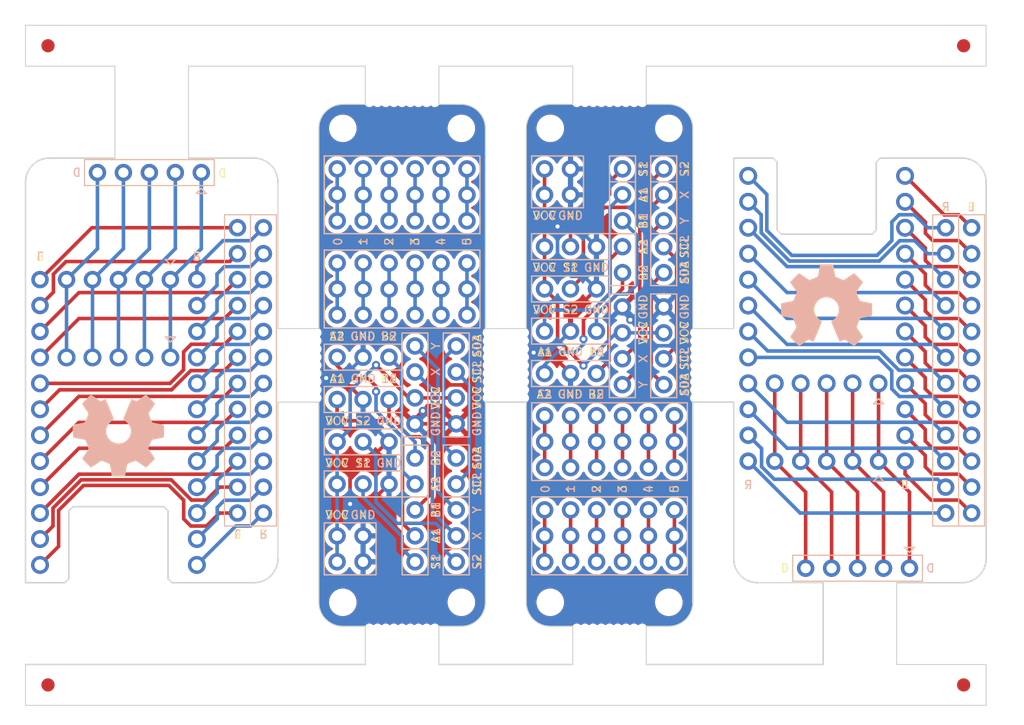
<source format=kicad_pcb>
(kicad_pcb (version 20221018) (generator pcbnew)
  (layers (0 "F.Cu" signal) (31 "B.Cu" signal) (34 "B.Paste" user) (35 "F.Paste" user) (36 "B.SilkS" user "B.Silkscreen") (37 "F.SilkS" user "F.Silkscreen") (38 "B.Mask" user) (39 "F.Mask" user) (44 "Edge.Cuts" user))
  (net 0 "")
  (net 1 "Net-(J4-Pin_1)")
  (net 2 "Net-(J4-Pin_2)")
  (net 3 "Net-(J4-Pin_3)")
  (net 4 "Net-(J4-Pin_4)")
  (net 5 "Net-(J4-Pin_5)")
  (net 6 "Net-(J4-Pin_6)")
  (net 7 "Net-(J4-Pin_7)")
  (net 8 "Net-(J4-Pin_8)")
  (net 9 "Net-(J4-Pin_9)")
  (net 10 "Net-(J5-Pin_1)")
  (net 11 "Net-(J5-Pin_2)")
  (net 12 "Net-(J5-Pin_3)")
  (net 13 "Net-(J5-Pin_4)")
  (net 14 "Net-(J5-Pin_5)")
  (net 15 "Net-(J5-Pin_6)")
  (net 16 "Net-(J5-Pin_7)")
  (net 17 "Net-(J5-Pin_8)")
  (net 18 "Net-(J5-Pin_9)")
  (net 19 "GND")
  (net 20 "Data")
  (net 21 "col0")
  (net 22 "col1")
  (net 23 "col2")
  (net 24 "col3")
  (net 25 "col4")
  (net 26 "col5")
  (net 27 "row0")
  (net 28 "row1")
  (net 29 "row2")
  (net 30 "row3")
  (net 31 "row4")
  (net 32 "row5")
  (net 33 "A1")
  (net 34 "B1")
  (net 35 "VCC")
  (net 36 "SCL")
  (net 37 "SDA")
  (net 38 "X")
  (net 39 "Y")
  (net 40 "Data2")
  (net 41 "A2")
  (net 42 "B2")
  (net 43 "Net-(J22-Pin_1)")
  (net 44 "Net-(J22-Pin_5)")
  (net 45 "Net-(J18-Pin_1)")
  (net 46 "Net-(J18-Pin_2)")
  (net 47 "Net-(J18-Pin_3)")
  (net 48 "Net-(J20-Pin_1)")
  (net 49 "Net-(J20-Pin_2)")
  (net 50 "Net-(J20-Pin_3)")
  (net 51 "Net-(J22-Pin_2)")
  (net 52 "Net-(J22-Pin_3)")
  (net 53 "Net-(J22-Pin_4)")
  (footprint "MountingHole:MountingHole_2.2mm_M2" (layer "F.Cu") (at 116.1 78.72)
    (fp_text reference "H3" hide)
    (fp_text value "M2")
  )
  (footprint "DreaM117er-keebLibrary:PinHeader_1x03_P2.54mm_Vertical" (layer "F.Cu") (at 110.52 64.09)
    (fp_text reference "J18" hide)
    (fp_text value "Elite L" hide)
  )
  (footprint "DreaM117er-keebLibrary:PinHeader_1x03_P2.54mm_Vertical" (layer "F.Cu") (at 54.94 67.27 90)
    (fp_text reference "J13" hide)
    (fp_text value "5V RGB" hide)
  )
  (footprint "DreaM117er-keebLibrary:PinHeader_1x03_P2.54mm_Vertical" (layer "F.Cu") (at 117.03 69.17)
    (fp_text reference "J23" hide)
    (fp_text value "Elite L" hide)
  )
  (footprint "Marby_kbd_footprint-main:Breakaway_Tabs" (layer "F.Cu") (at 73.45 59.785 90)
    (fp_text reference "H23" hide)
    (fp_text value "edge" hide)
  )
  (footprint "Marby_kbd_footprint-main:tooling_hole" (layer "F.Cu") (at 26.650236 91.08)
    (fp_text reference "H19" hide)
    (fp_text value "tooling hole")
  )
  (footprint "DreaM117er-keebLibrary:PinHeader_1x04_P2.54mm_Vertical" (layer "F.Cu") (at 66.6 65.51 180)
    (fp_text reference "J19" hide)
    (fp_text value "OLED" hide)
  )
  (footprint "DreaM117er-keebLibrary:PinHeader_1x06_P2.54mm_Vertical" (layer "F.Cu") (at 54.95 40.55 90)
    (fp_text reference "J16" hide)
    (fp_text value "main col" hide)
  )
  (footprint "DreaM117er-keebLibrary:PinHeader_1x04_P2.54mm_Vertical" (layer "F.Cu") (at 62.56 65.51 180)
    (fp_text reference "J21" hide)
    (fp_text value "Joystick" hide)
  )
  (footprint "DreaM117er-keebLibrary:PinHeader_1x06_P2.54mm_Vertical" (layer "F.Cu") (at 54.95 45.63 90)
    (fp_text reference "J9" hide)
    (fp_text value "main col" hide)
  )
  (footprint "DreaM117er-keebLibrary:PinHeader_1x09_P2.54mm_Vertical" (layer "F.Cu") (at 117.03 46.31)
    (fp_text reference "J4" hide)
    (fp_text value "Right" hide)
  )
  (footprint "DreaM117er-keebLibrary:PinHeader_1x03_P2.54mm_Vertical" (layer "F.Cu") (at 95.17 64.09)
    (fp_text reference "J24" hide)
    (fp_text value "Elite R" hide)
  )
  (footprint "DreaM117er-keebLibrary:PinHeader_1x05_P2.54mm_Vertical" (layer "F.Cu") (at 110.95 79.65 -90)
    (fp_text reference "J6" hide)
    (fp_text value "Down" hide)
  )
  (footprint "MountingHole:MountingHole_2.2mm_M2" (layer "F.Cu") (at 67.099997 82.990001 90)
    (fp_text reference "H7" hide)
    (fp_text value "M2")
  )
  (footprint "MountingHole:MountingHole_2.2mm_M2" (layer "F.Cu") (at 116.1 41.84)
    (fp_text reference "H2" hide)
    (fp_text value "M2")
  )
  (footprint "DreaM117er-keebLibrary:MCU_RP2040SuperMini" (layer "F.Cu") (at 102.845 51.39)
    (fp_text reference "U1")
    (fp_text value "MCU_RP2040SuperMini")
  )
  (footprint "DreaM117er-keebLibrary:PinHeader_1x02_P2.54mm_Vertical" (layer "F.Cu") (at 54.94 79.02 90)
    (fp_text reference "J1" hide)
    (fp_text value "Power" hide)
  )
  (footprint "Marby_kbd_footprint-main:Breakaway_Tabs" (layer "F.Cu") (at 61.3 85.34 180)
    (fp_text reference "H15" hide)
    (fp_text value "edge" hide)
  )
  (footprint "Marby_kbd_footprint-main:tooling_hole" (layer "F.Cu") (at 116.25 28.49)
    (fp_text reference "H17" hide)
    (fp_text value "tooling hole")
  )
  (footprint "Marby_kbd_footprint-main:tooling_hole" (layer "F.Cu") (at 26.650236 28.49)
    (fp_text reference "H16" hide)
    (fp_text value "tooling hole")
  )
  (footprint "DreaM117er-keebLibrary:PinHeader_1x03_P2.54mm_Vertical" (layer "F.Cu") (at 114.49 69.17)
    (fp_text reference "J20" hide)
    (fp_text value "Elite R" hide)
  )
  (footprint "DreaM117er-keebLibrary:PinHeader_1x05_P2.54mm_Vertical" (layer "F.Cu") (at 66.6 79.02 180)
    (fp_text reference "J14" hide)
    (fp_text value "SignalB" hide)
  )
  (footprint "DreaM117er-keebLibrary:PinHeader_1x06_P2.54mm_Vertical" (layer "F.Cu") (at 54.95 52.31 90)
    (fp_text reference "J12" hide)
    (fp_text value "main row" hide)
  )
  (footprint "Marby_kbd_footprint-main:Breakaway_Tabs" (layer "F.Cu") (at 69.85 59.785 90)
    (fp_text reference "H21" hide)
    (fp_text value "edge" hide)
  )
  (footprint "Marby_kbd_footprint-main:Breakaway_Tabs" (layer "F.Cu") (at 106.1 81.47)
    (fp_text reference "H9" hide)
    (fp_text value "edge" hide)
  )
  (footprint "DreaM117er-keebLibrary:PinHeader_1x05_P2.54mm_Vertical" (layer "F.Cu") (at 62.57 79.02 180)
    (fp_text reference "J8" hide)
    (fp_text value "SignalA" hide)
  )
  (footprint "DreaM117er-keebLibrary:PinHeader_1x02_P2.54mm_Vertical" (layer "F.Cu") (at 54.94 76.48 90)
    (fp_text reference "J2" hide)
    (fp_text value "Power" hide)
  )
  (footprint "MountingHole:MountingHole_2.2mm_M2" (layer "F.Cu") (at 55.5 36.58 90)
    (fp_text reference "H5" hide)
    (fp_text value "M2")
  )
  (footprint "Marby_kbd_footprint-main:Breakaway_Tabs" (layer "F.Cu") (at 61.3 33.83 180)
    (fp_text reference "H13" hide)
    (fp_text value "edge" hide)
  )
  (footprint "MountingHole:MountingHole_2.2mm_M2" (layer "F.Cu") (at 55.499997 82.990001 90)
    (fp_text reference "H1" hide)
    (fp_text value "M2")
  )
  (footprint "DreaM117er-keebLibrary:PinHeader_1x06_P2.54mm_Vertical" (layer "F.Cu") (at 54.95 43.09 90)
    (fp_text reference "J11" hide)
    (fp_text value "main col" hide)
  )
  (footprint "DreaM117er-keebLibrary:PinHeader_1x03_P2.54mm_Vertical" (layer "F.Cu") (at 54.94 58.99 90)
    (fp_text reference "J3" hide)
    (fp_text value "Rotray Encoder" hide)
  )
  (footprint "Marby_kbd_footprint-main:Breakaway_Tabs" (layer "F.Cu") (at 36.8 39.49)
    (fp_text reference "H11" hide)
    (fp_text value "edge" hide)
  )
  (footprint "DreaM117er-keebLibrary:PinHeader_1x03_P2.54mm_Vertical" (layer "F.Cu") (at 54.94 71.4 90)
    (fp_text reference "J7" hide)
    (fp_text value "TRRS" hide)
  )
  (footprint "Marby_kbd_footprint-main:Breakaway_Tabs" (layer "F.Cu") (at 81.6 85.34 180)
    (fp_text reference "H12" hide)
    (fp_text value "edge" hide)
  )
  (footprint "Marby_kbd_footprint-main:Breakaway_Tabs" (layer "F.Cu") (at 90.15 59.785 90)
    (fp_text reference "H10" hide)
    (fp_text value "edge" hide)
  )
  (footprint "Symbol:OSHW-Symbol_8.9x8mm_SilkScreen" (layer "F.Cu") (at 102.844574 53.908677)
    (fp_text reference "REF**" hide)
    (fp_text value "OSHW-Symbol_8.9x8mm_SilkScreen" hide)
  )
  (footprint "MountingHole:MountingHole_2.2mm_M2" (layer "F.Cu") (at 96.1 78.72)
    (fp_text reference "H4" hide)
    (fp_text value "M2")
  )
  (footprint "DreaM117er-keebLibrary:PinHeader_1x09_P2.54mm_Vertical" (layer "F.Cu") (at 114.49 46.31)
    (fp_text reference "J5" hide)
    (fp_text value "Left" hide)
  )
  (footprint "DreaM117er-keebLibrary:PinHeader_1x06_P2.54mm_Vertical" (layer "F.Cu") (at 54.95 54.85 90)
    (fp_text reference "J10" hide)
    (fp_text value "main row" hide)
  )
  (footprint "DreaM117er-keebLibrary:PinHeader_1x05_P2.54mm_Vertical" (layer "F.Cu") (at 38.625236 51.39 -90)
    (fp_text reference "J22" hide)
    (fp_text value "Down" hide)
  )
  (footprint "DreaM117er-keebLibrary:PinHeader_1x03_P2.54mm_Vertical" (layer "F.Cu") (at 54.94 63.13 90)
    (fp_text reference "J15" hide)
    (fp_text value "Rotray Encoder" hide)
  )
  (footprint "Marby_kbd_footprint-main:Breakaway_Tabs" (layer "F.Cu") (at 81.6 33.83 180)
    (fp_text reference "H14" hide)
    (fp_text value "edge" hide)
  )
  (footprint "Marby_kbd_footprint-main:Breakaway_Tabs" (layer "F.Cu") (at 53.15 59.785 90)
    (fp_text reference "H8" hide)
    (fp_text value "edge" hide)
  )
  (footprint "MountingHole:MountingHole_2.2mm_M2" (layer "F.Cu") (at 67.1 36.58 90)
    (fp_text reference "H6" hide)
    (fp_text value "M2")
  )
  (footprint "Symbol:OSHW-Symbol_8.9x8mm_SilkScreen" (layer "F.Cu") (at 33.54481 66.651323 180)
    (fp_text reference "REF**" hide)
    (fp_text value "OSHW-Symbol_8.9x8mm_SilkScreen" hide)
  )
  (footprint "DreaM117er-keebLibrary:PinHeader_1x06_P2.54mm_Vertical" (layer "F.Cu") (at 54.95 49.77 90)
    (fp_text reference "J17" hide)
    (fp_text value "main row" hide)
  )
  (footprint "Marby_kbd_footprint-main:tooling_hole" (layer "F.Cu") (at 116.25 91.08)
    (fp_text reference "H18" hide)
    (fp_text value "tooling hole")
  )
  (footprint "Marby_kbd_footprint-main:Breakaway_Tabs" (layer "F.Cu") (at 49.55 59.785 90)
    (fp_text reference "H20" hide)
    (fp_text value "edge" hide)
  )
  (footprint "Marby_kbd_footprint-main:Breakaway_Tabs" (layer "F.Cu") (at 93.75 59.785 90)
    (fp_text reference "H22" hide)
    (fp_text value "edge" hide)
  )
  (footprint "DreaM117er-keebLibrary:PinHeader_1x05_P2.54mm_Vertical" (layer "B.Cu") (at 82.870299 40.549703 180)
    (fp_text reference "J8" hide)
    (fp_text value "SignalA" hide)
  )
  (footprint "DreaM117er-keebLibrary:MCU_RP2040SuperMini" (layer "B.Cu") (at 33.545236 69.17)
    (fp_text reference "U1")
    (fp_text value "MCU_RP2040SuperMini")
  )
  (footprint "MountingHole:MountingHole_2.2mm_M2" (layer "B.Cu") (at 26.800236 41.84)
    (fp_text reference "H4" hide)
    (fp_text value "M2")
  )
  (footprint "DreaM117er-keebLibrary:PinHeader_1x06_P2.54mm_Vertical" (layer "B.Cu") (at 75.250299 69.799703 -90)
    (fp_text reference "J17" hide)
    (fp_text value "main row" hide)
  )
  (footprint "DreaM117er-keebLibrary:PinHeader_1x02_P2.54mm_Vertical" (layer "B.Cu") (at 75.240299 43.089703 -90)
    (fp_text reference "J2" hide)
    (fp_text value "Power" hide)
  )
  (footprint "MountingHole:MountingHole_2.2mm_M2" (layer "B.Cu") (at 75.800299 82.989703 -90)
    (fp_text reference "H5" hide)
    (fp_text value "M2")
  )
  (footprint "DreaM117er-keebLibrary:PinHeader_1x09_P2.54mm_Vertical" (layer "B.Cu") (at 47.730236 74.25)
    (fp_text reference "J4" hide)
    (fp_text value "Right" hide)
  )
  (footprint "DreaM117er-keebLibrary:PinHeader_1x05_P2.54mm_Vertical" (layer "B.Cu") (at 86.900299 40.549703 180)
    (fp_text reference "J14" hide)
    (fp_text value "SignalB" hide)
  )
  (footprint "DreaM117er-keebLibrary:PinHeader_1x03_P2.54mm_Vertical" (layer "B.Cu") (at 75.240299 48.169703 -90)
    (fp_text reference "J7" hide)
    (fp_text value "TRRS" hide)
  )
  (footprint "DreaM117er-keebLibrary:PinHeader_1x06_P2.54mm_Vertical" (layer "B.Cu") (at 75.250299 76.479703 -90)
    (fp_text reference "J11" hide)
    (fp_text value "main col" hide)
  )
  (footprint "Symbol:OSHW-Symbol_8.9x8mm_SilkScreen" (layer "B.Cu") (at 33.54481 66.651323)
    (fp_text reference "REF**" hide)
    (fp_text value "OSHW-Symbol_8.9x8mm_SilkScreen" hide)
  )
  (footprint "Symbol:OSHW-Symbol_8.9x8mm_SilkScreen" (layer "B.Cu") (at 102.844574 53.908677 180)
    (fp_text reference "REF**" hide)
    (fp_text value "OSHW-Symbol_8.9x8mm_SilkScreen" hide)
  )
  (footprint "DreaM117er-keebLibrary:PinHeader_1x03_P2.54mm_Vertical" (layer "B.Cu") (at 41.220236 56.47)
    (fp_text reference "J18" hide)
    (fp_text value "Elite L" hide)
  )
  (footprint "MountingHole:MountingHole_2.2mm_M2" (layer "B.Cu") (at 87.400299 82.989703 -90)
    (fp_text reference "H6" hide)
    (fp_text value "M2")
  )
  (footprint "DreaM117er-keebLibrary:PinHeader_1x03_P2.54mm_Vertical" (layer "B.Cu") (at 25.870236 56.47)
    (fp_text reference "J24" hide)
    (fp_text value "Elite R" hide)
  )
  (footprint "DreaM117er-keebLibrary:PinHeader_1x02_P2.54mm_Vertical" (layer "B.Cu") (at 75.240299 40.549703 -90)
    (fp_text reference "J1" hide)
    (fp_text value "Power" hide)
  )
  (footprint "MountingHole:MountingHole_2.2mm_M2" (layer "B.Cu") (at 87.400296 36.579702 -90)
    (fp_text reference "H7" hide)
    (fp_text value "M2")
  )
  (footprint "MountingHole:MountingHole_2.2mm_M2" (layer "B.Cu") (at 46.800236 41.84)
    (fp_text reference "H3" hide)
    (fp_text value "M2")
  )
  (footprint "MountingHole:MountingHole_2.2mm_M2" (layer "B.Cu") (at 75.800296 36.579702 -90)
    (fp_text reference "H1" hide)
    (fp_text value "M2")
  )
  (footprint "MountingHole:MountingHole_2.2mm_M2" (layer "B.Cu") (at 46.800236 78.72)
    (fp_text reference "H2" hide)
    (fp_text value "M2")
  )
  (footprint "DreaM117er-keebLibrary:PinHeader_1x03_P2.54mm_Vertical" (layer "B.Cu") (at 75.240299 60.579703 -90)
    (fp_text reference "J3" hide)
    (fp_text value "Rotray Encoder" hide)
  )
  (footprint "DreaM117er-keebLibrary:PinHeader_1x06_P2.54mm_Vertical" (layer "B.Cu") (at 75.250299 64.719703 -90)
    (fp_text reference "J10" hide)
    (fp_text value "main row" hide)
  )
  (footprint "DreaM117er-keebLibrary:PinHeader_1x03_P2.54mm_Vertical" (layer "B.Cu") (at 75.240299 52.299703 -90)
    (fp_text reference "J13" hide)
    (fp_text value "5V RGB" hide)
  )
  (footprint "DreaM117er-keebLibrary:PinHeader_1x04_P2.54mm_Vertical" (layer "B.Cu") (at 86.900299 54.059703 180)
    (fp_text reference "J19" hide)
    (fp_text value "OLED" hide)
  )
  (footprint "DreaM117er-keebLibrary:PinHeader_1x04_P2.54mm_Vertical" (layer "B.Cu") (at 82.860299 54.059703 180)
    (fp_text reference "J21" hide)
    (fp_text value "Joystick" hide)
  )
  (footprint "DreaM117er-keebLibrary:PinHeader_1x06_P2.54mm_Vertical" (layer "B.Cu") (at 75.250299 73.939703 -90)
    (fp_text reference "J9" hide)
    (fp_text value "main col" hide)
  )
  (footprint "DreaM117er-keebLibrary:PinHeader_1x09_P2.54mm_Vertical" (layer "B.Cu") (at 45.190236 74.25)
    (fp_text reference "J5" hide)
    (fp_text value "Left" hide)
  )
  (footprint "DreaM117er-keebLibrary:PinHeader_1x05_P2.54mm_Vertical" (layer "B.Cu") (at 107.925 69.17 90)
    (fp_text reference "J22" hide)
    (fp_text value "Down" hide)
  )
  (footprint "DreaM117er-keebLibrary:PinHeader_1x05_P2.54mm_Vertical" (layer "B.Cu") (at 41.650236 40.91 90)
    (fp_text reference "J6" hide)
    (fp_text value "Down" hide)
  )
  (footprint "DreaM117er-keebLibrary:PinHeader_1x03_P2.54mm_Vertical" (layer "B.Cu") (at 75.240299 56.439703 -90)
    (fp_text reference "J15" hide)
    (fp_text value "Rotray Encoder" hide)
  )
  (footprint "DreaM117er-keebLibrary:PinHeader_1x06_P2.54mm_Vertical" (layer "B.Cu") (at 75.250299 79.019703 -90)
    (fp_text reference "J16" hide)
    (fp_text value "main col" hide)
  )
  (footprint "DreaM117er-keebLibrary:PinHeader_1x06_P2.54mm_Vertical" (layer "B.Cu") (at 75.250299 67.259703 -90)
    (fp_text reference "J12" hide)
    (fp_text value "main row" hide)
  )
  (footprint "DreaM117er-keebLibrary:PinHeader_1x03_P2.54mm_Vertical" (layer "B.Cu") (at 47.730236 51.39)
    (fp_text reference "J23" hide)
    (fp_text value "Elite L" hide)
  )
  (footprint "DreaM117er-keebLibrary:PinHeader_1x03_P2.54mm_Vertical" (layer "B.Cu") (at 45.190236 51.39)
    (fp_text reference "J20" hide)
    (fp_text value "Elite R" hide)
  )
  (gr_line (start 118.3 67.9) (end 118.3 75.52) (stroke (width 0.1)) (layer "B.SilkS"))
  (gr_rect (start 73.970299 39.279703) (end 79.050299 44.359703) (stroke (width 0.12)) (fill none) (layer "B.SilkS"))
  (gr_line (start 46.460236 45.04) (end 46.460236 52.66) (stroke (width 0.1)) (layer "B.SilkS"))
  (gr_line (start 49.000236 75.52) (end 43.920236 75.52) (stroke (width 0.1)) (layer "B.SilkS"))
  (gr_line (start 113.22 67.9) (end 113.22 75.52) (stroke (width 0.1)) (layer "B.SilkS"))
  (gr_line (start 113.22 45.04) (end 118.3 45.04) (stroke (width 0.1)) (layer "B.SilkS"))
  (gr_rect (start 73.980299 63.449703) (end 89.220299 71.069703) (stroke (width 0.12)) (fill none) (layer "B.SilkS"))
  (gr_rect (start 53.67 75.21) (end 58.75 80.29) (stroke (width 0.12)) (fill none) (layer "B.SilkS"))
  (gr_line (start 115.76 67.9) (end 115.76 75.52) (stroke (width 0.1)) (layer "B.SilkS"))
  (gr_rect (start 53.68 39.28) (end 68.92 46.9) (stroke (width 0.12)) (fill none) (layer "B.SilkS"))
  (gr_rect (start 73.980299 72.669703) (end 89.220299 80.289703) (stroke (width 0.12)) (fill none) (layer "B.SilkS"))
  (gr_line (start 49.000236 45.04) (end 49.000236 52.66) (stroke (width 0.1)) (layer "B.SilkS"))
  (gr_line (start 113.22 75.52) (end 118.3 75.52) (stroke (width 0.1)) (layer "B.SilkS"))
  (gr_line (start 43.920236 45.04) (end 43.920236 52.66) (stroke (width 0.1)) (layer "B.SilkS"))
  (gr_line (start 49.000236 45.04) (end 43.920236 45.04) (stroke (width 0.1)) (layer "B.SilkS"))
  (gr_rect (start 53.68 48.5) (end 68.92 56.12) (stroke (width 0.12)) (fill none) (layer "B.SilkS"))
  (gr_line (start 43.920236 45.04) (end 43.920236 52.66) (stroke (width 0.1)) (layer "F.SilkS"))
  (gr_rect (start 73.970299 39.279703) (end 79.050299 44.359703) (stroke (width 0.12)) (fill none) (layer "F.SilkS"))
  (gr_rect (start 73.980299 72.669703) (end 89.220299 80.289703) (stroke (width 0.12)) (fill none) (layer "F.SilkS"))
  (gr_line (start 115.76 67.9) (end 115.76 75.52) (stroke (width 0.1)) (layer "F.SilkS"))
  (gr_line (start 113.22 45.04) (end 118.3 45.04) (stroke (width 0.1)) (layer "F.SilkS"))
  (gr_line (start 113.22 75.52) (end 118.3 75.52) (stroke (width 0.1)) (layer "F.SilkS"))
  (gr_line (start 49.000236 75.52) (end 43.920236 75.52) (stroke (width 0.1)) (layer "F.SilkS"))
  (gr_line (start 46.460236 45.04) (end 46.460236 52.66) (stroke (width 0.1)) (layer "F.SilkS"))
  (gr_line (start 49.000236 45.04) (end 43.920236 45.04) (stroke (width 0.1)) (layer "F.SilkS"))
  (gr_line (start 113.22 67.9) (end 113.22 75.52) (stroke (width 0.1)) (layer "F.SilkS"))
  (gr_rect (start 53.67 75.21) (end 58.75 80.29) (stroke (width 0.12)) (fill none) (layer "F.SilkS"))
  (gr_rect (start 53.68 39.28) (end 68.92 46.9) (stroke (width 0.12)) (fill none) (layer "F.SilkS"))
  (gr_line (start 49.000236 45.04) (end 49.000236 52.66) (stroke (width 0.1)) (layer "F.SilkS"))
  (gr_line (start 118.3 67.9) (end 118.3 75.52) (stroke (width 0.1)) (layer "F.SilkS"))
  (gr_rect (start 53.68 48.5) (end 68.92 56.12) (stroke (width 0.12)) (fill none) (layer "F.SilkS"))
  (gr_rect (start 73.980299 63.449703) (end 89.220299 71.069703) (stroke (width 0.12)) (fill none) (layer "F.SilkS"))
  (gr_line (start 69.449997 63.385) (end 69.449997 82.990001) (stroke (width 0.1)) (layer "Edge.Cuts"))
  (gr_line (start 40.4 30.49) (end 57.7 30.49) (stroke (width 0.1)) (layer "Edge.Cuts"))
  (gr_line (start 93.75 39.49) (end 93.750063 56.185) (stroke (width 0.15)) (layer "Edge.Cuts"))
  (gr_line (start 102.5 81.070299) (end 102.5 89.08) (stroke (width 0.15)) (layer "Edge.Cuts"))
  (gr_line (start 40.400472 39.49) (end 40.4 30.49) (stroke (width 0.1)) (layer "Edge.Cuts"))
  (gr_line (start 108.095 39.49) (end 116.1 39.49) (stroke (width 0.15)) (layer "Edge.Cuts"))
  (gr_line (start 46.800236 81.07) (end 38.795236 81.07) (stroke (width 0.15)) (layer "Edge.Cuts"))
  (gr_line (start 69.45 36.58) (end 69.449997 56.185) (stroke (width 0.1)) (layer "Edge.Cuts"))
  (gr_line (start 57.7 34.23) (end 57.7 30.49) (stroke (width 0.1)) (layer "Edge.Cuts"))
  (gr_line (start 89.750299 63.385) (end 89.750299 82.989703) (stroke (width 0.15)) (layer "Edge.Cuts"))
  (gr_line (start 37.995236 73.62) (end 29.095236 73.62) (stroke (width 0.15)) (layer "Edge.Cuts"))
  (gr_line (start 108.095 39.49) (end 107.695 39.89) (stroke (width 0.15)) (layer "Edge.Cuts"))
  (gr_arc (start 24.450236 41.84) (mid 25.138535 40.178299) (end 26.800236 39.49) (stroke (width 0.15)) (layer "Edge.Cuts"))
  (gr_line (start 64.9 89.08) (end 78 89.079702) (stroke (width 0.15)) (layer "Edge.Cuts"))
  (gr_line (start 28.695236 80.67) (end 28.295236 81.07) (stroke (width 0.15)) (layer "Edge.Cuts"))
  (gr_line (start 57.7 89.08) (end 57.7 85.340001) (stroke (width 0.1)) (layer "Edge.Cuts"))
  (gr_line (start 49.150236 56.185) (end 53.15 56.185) (stroke (width 0.1)) (layer "Edge.Cuts"))
  (gr_line (start 26.800236 39.49) (end 33.2 39.49) (stroke (width 0.15)) (layer "Edge.Cuts"))
  (gr_line (start 24.450236 81.07) (end 24.450236 41.84) (stroke (width 0.15)) (layer "Edge.Cuts"))
  (gr_line (start 64.9 34.229702) (end 64.9 30.49) (stroke (width 0.1)) (layer "Edge.Cuts"))
  (gr_line (start 38.395236 80.67) (end 38.395236 74.02) (stroke (width 0.15)) (layer "Edge.Cuts"))
  (gr_line (start 97.595 39.49) (end 93.75 39.49) (stroke (width 0.15)) (layer "Edge.Cuts"))
  (gr_line (start 55.499997 85.340001) (end 57.7 85.340001) (stroke (width 0.1)) (layer "Edge.Cuts"))
  (gr_line (start 85.2 30.49) (end 118.45 30.49) (stroke (width 0.1)) (layer "Edge.Cuts"))
  (gr_line (start 89.750296 36.579702) (end 89.750299 56.185) (stroke (width 0.1)) (layer "Edge.Cuts"))
  (gr_line (start 73.450299 63.385) (end 69.449997 63.385) (stroke (width 0.15)) (layer "Edge.Cuts"))
  (gr_line (start 64.9 85.340001) (end 67.099997 85.340001) (stroke (width 0.1)) (layer "Edge.Cuts"))
  (gr_arc (start 69.449997 82.990001) (mid 68.761697 84.6517) (end 67.099997 85.340001) (stroke (width 0.1)) (layer "Edge.Cuts"))
  (gr_line (start 49.150236 41.84) (end 49.150236 56.185) (stroke (width 0.1)) (layer "Edge.Cuts"))
  (gr_line (start 24.450236 89.08) (end 57.7 89.08) (stroke (width 0.15)) (layer "Edge.Cuts"))
  (gr_arc (start 67.1 34.23) (mid 68.761701 34.918299) (end 69.45 36.58) (stroke (width 0.1)) (layer "Edge.Cuts"))
  (gr_line (start 85.2 34.229702) (end 87.400296 34.229702) (stroke (width 0.1)) (layer "Edge.Cuts"))
  (gr_line (start 73.450299 63.385) (end 73.450299 82.989703) (stroke (width 0.1)) (layer "Edge.Cuts"))
  (gr_line (start 24.450236 26.49) (end 118.45 26.49) (stroke (width 0.1)) (layer "Edge.Cuts"))
  (gr_line (start 49.150236 78.72) (end 49.150236 63.385) (stroke (width 0.1)) (layer "Edge.Cuts"))
  (gr_line (start 97.995 46.54) (end 97.995 39.89) (stroke (width 0.15)) (layer "Edge.Cuts"))
  (gr_arc (start 75.800299 85.339703) (mid 74.138598 84.651404) (end 73.450299 82.989703) (stroke (width 0.1)) (layer "Edge.Cuts"))
  (gr_arc (start 116.1 39.49) (mid 117.761701 40.178299) (end 118.45 41.84) (stroke (width 0.15)) (layer "Edge.Cuts"))
  (gr_arc (start 73.450296 36.579702) (mid 74.138597 34.918003) (end 75.800296 34.229702) (stroke (width 0.1)) (layer "Edge.Cuts"))
  (gr_arc (start 89.750299 82.989703) (mid 89.062 84.651404) (end 87.400299 85.339703) (stroke (width 0.1)) (layer "Edge.Cuts"))
  (gr_line (start 85.2 34.229702) (end 85.2 30.49) (stroke (width 0.1)) (layer "Edge.Cuts"))
  (gr_line (start 78 34.229702) (end 78 30.49) (stroke (width 0.1)) (layer "Edge.Cuts"))
  (gr_line (start 64.9 34.229702) (end 67.1 34.23) (stroke (width 0.1)) (layer "Edge.Cuts"))
  (gr_line (start 38.395236 80.67) (end 38.795236 81.07) (stroke (width 0.15)) (layer "Edge.Cuts"))
  (gr_line (start 118.45 89.08) (end 118.45 93.08) (stroke (width 0.1)) (layer "Edge.Cuts"))
  (gr_line (start 118.45 26.49) (end 118.45 30.49) (stroke (width 0.1)) (layer "Edge.Cuts"))
  (gr_line (start 28.695236 80.67) (end 28.695236 74.02) (stroke (width 0.15)) (layer "Edge.Cuts"))
  (gr_line (start 53.15 56.185) (end 53.15 36.58) (stroke (width 0.1)) (layer "Edge.Cuts"))
  (gr_line (start 38.395236 74.02) (end 37.995236 73.62) (stroke (width 0.15)) (layer "Edge.Cuts"))
  (gr_line (start 24.450236 26.49) (end 24.450236 30.49) (stroke (width 0.1)) (layer "Edge.Cuts"))
  (gr_line (start 93.750063 63.385) (end 93.75 78.72) (stroke (width 0.15)) (layer "Edge.Cuts"))
  (gr_line (start 118.45 41.84) (end 118.45 78.72) (stroke (width 0.15)) (layer "Edge.Cuts"))
  (gr_line (start 78 30.49) (end 64.9 30.49) (stroke (width 0.1)) (layer "Edge.Cuts"))
  (gr_line (start 98.395 46.94) (end 107.295 46.94) (stroke (width 0.15)) (layer "Edge.Cuts"))
  (gr_line (start 107.295 46.94) (end 107.695 46.54) (stroke (width 0.15)) (layer "Edge.Cuts"))
  (gr_line (start 96.1 81.07) (end 102.5 81.070299) (stroke (width 0.1)) (layer "Edge.Cuts"))
  (gr_arc (start 49.150236 78.72) (mid 48.461937 80.381701) (end 46.800236 81.07) (stroke (width 0.15)) (layer "Edge.Cuts"))
  (gr_line (start 49.150236 63.385) (end 53.15 63.385) (stroke (width 0.1)) (layer "Edge.Cuts"))
  (gr_line (start 33.2 39.49) (end 33.2 30.49) (stroke (width 0.1)) (layer "Edge.Cuts"))
  (gr_line (start 55.5 34.23) (end 57.7 34.23) (stroke (width 0.1)) (layer "Edge.Cuts"))
  (gr_arc (start 96.1 81.07) (mid 94.438299 80.381701) (end 93.75 78.72) (stroke (width 0.15)) (layer "Edge.Cuts"))
  (gr_line (start 85.2 89.08) (end 85.2 85.340001) (stroke (width 0.1)) (layer "Edge.Cuts"))
  (gr_line (start 107.695 46.54) (end 107.695 39.89) (stroke (width 0.15)) (layer "Edge.Cuts"))
  (gr_line (start 24.450236 93.08) (end 118.45 93.08) (stroke (width 0.1)) (layer "Edge.Cuts"))
  (gr_arc (start 118.45 78.72) (mid 117.761701 80.381701) (end 116.1 81.07) (stroke (width 0.15)) (layer "Edge.Cuts"))
  (gr_line (start 97.595 39.49) (end 97.995 39.89) (stroke (width 0.15)) (layer "Edge.Cuts"))
  (gr_line (start 24.450236 81.07) (end 28.295236 81.07) (stroke (width 0.15)) (layer "Edge.Cuts"))
  (gr_arc (start 87.400296 34.229702) (mid 89.061995 34.918003) (end 89.750296 36.579702) (stroke (width 0.1)) (layer "Edge.Cuts"))
  (gr_arc (start 55.499997 85.340001) (mid 53.838298 84.651701) (end 53.149997 82.990001) (stroke (width 0.1)) (layer "Edge.Cuts"))
  (gr_line (start 24.450236 30.49) (end 33.2 30.49) (stroke (width 0.1)) (layer "Edge.Cuts"))
  (gr_line (start 93.750063 63.385) (end 89.750299 63.385) (stroke (width 0.15)) (layer "Edge.Cuts"))
  (gr_line (start 28.695236 74.02) (end 29.095236 73.62) (stroke (width 0.15)) (layer "Edge.Cuts"))
  (gr_arc (start 53.15 36.58) (mid 53.838299 34.918299) (end 55.5 34.23) (stroke (width 0.1)) (layer "Edge.Cuts"))
  (gr_line (start 73.450299 56.185) (end 73.450296 36.579702) (stroke (width 0.1)) (layer "Edge.Cuts"))
  (gr_line (start 24.450236 89.08) (end 24.450236 93.08) (stroke (width 0.1)) (layer "Edge.Cuts"))
  (gr_line (start 53.149997 82.990001) (end 53.15 63.385) (stroke (width 0.1)) (layer "Edge.Cuts"))
  (gr_line (start 69.449997 56.185) (end 73.450299 56.185) (stroke (width 0.1)) (layer "Edge.Cuts"))
  (gr_line (start 102.5 89.08) (end 85.2 89.08) (stroke (width 0.15)) (layer "Edge.Cuts"))
  (gr_line (start 78 89.079702) (end 78 85.339703) (stroke (width 0.1)) (layer "Edge.Cuts"))
  (gr_line (start 64.9 89.08) (end 64.9 85.340001) (stroke (width 0.1)) (layer "Edge.Cuts"))
  (gr_line (start 78 34.229702) (end 75.800296 34.229702) (stroke (width 0.1)) (layer "Edge.Cuts"))
  (gr_line (start 40.400472 39.49) (end 46.800236 39.49) (stroke (width 0.15)) (layer "Edge.Cuts"))
  (gr_line (start 89.750299 56.185) (end 93.750063 56.185) (stroke (width 0.1)) (layer "Edge.Cuts"))
  (gr_line (start 78 85.339703) (end 75.800299 85.339703) (stroke (width 0.1)) (layer "Edge.Cuts"))
  (gr_line (start 109.7 89.08) (end 118.45 89.08) (stroke (width 0.1)) (layer "Edge.Cuts"))
  (gr_arc (start 46.800236 39.49) (mid 48.461937 40.178299) (end 49.150236 41.84) (stroke (width 0.15)) (layer "Edge.Cuts"))
  (gr_line (start 85.2 85.340001) (end 87.400299 85.339703) (stroke (width 0.1)) (layer "Edge.Cuts"))
  (gr_line (start 109.7 89.08) (end 109.7 81.070299) (stroke (width 0.1)) (layer "Edge.Cuts"))
  (gr_line (start 116.1 81.07) (end 109.7 81.070299) (stroke (width 0.15)) (layer "Edge.Cuts"))
  (gr_line (start 98.395 46.94) (end 97.995 46.54) (stroke (width 0.15)) (layer "Edge.Cuts"))
  (segment (start 114.337 45.047) (end 115.767 45.047) (width 0.35) (layer "F.Cu") (net 1))
  (segment (start 110.52 41.23) (end 114.337 45.047) (width 0.35) (layer "F.Cu") (net 1))
  (segment (start 115.767 45.047) (end 117.03 46.31) (width 0.35) (layer "F.Cu") (net 1))
  (segment (start 41.220236 79.33) (end 45.037236 75.513) (width 0.35) (layer "B.Cu") (net 1))
  (segment (start 45.037236 75.513) (end 46.467236 75.513) (width 0.35) (layer "B.Cu") (net 1))
  (segment (start 46.467236 75.513) (end 47.730236 74.25) (width 0.35) (layer "B.Cu") (net 1))
  (segment (start 112.51 46.852) (end 113.225 47.567) (width 0.35) (layer "F.Cu") (net 2))
  (segment (start 110.52 43.77) (end 112.51 45.76) (width 0.35) (layer "F.Cu") (net 2))
  (segment (start 113.225 47.567) (end 115.765 47.567) (width 0.35) (layer "F.Cu") (net 2))
  (segment (start 117.03 48.832) (end 117.03 48.85) (width 0.35) (layer "F.Cu") (net 2))
  (segment (start 115.765 47.567) (end 117.03 48.832) (width 0.35) (layer "F.Cu") (net 2))
  (segment (start 112.51 45.76) (end 112.51 46.852) (width 0.35) (layer "F.Cu") (net 2))
  (segment (start 41.220236 76.79) (end 43.210236 74.8) (width 0.35) (layer "B.Cu") (net 2))
  (segment (start 47.730236 71.728) (end 47.730236 71.71) (width 0.35) (layer "B.Cu") (net 2))
  (segment (start 43.210236 73.708) (end 43.925236 72.993) (width 0.35) (layer "B.Cu") (net 2))
  (segment (start 46.465236 72.993) (end 47.730236 71.728) (width 0.35) (layer "B.Cu") (net 2))
  (segment (start 43.210236 74.8) (end 43.210236 73.708) (width 0.35) (layer "B.Cu") (net 2))
  (segment (start 43.925236 72.993) (end 46.465236 72.993) (width 0.35) (layer "B.Cu") (net 2))
  (segment (start 110.52 46.31) (end 112.5 48.29) (width 0.35) (layer "F.Cu") (net 3))
  (segment (start 113.115 50.117) (end 115.757 50.117) (width 0.35) (layer "F.Cu") (net 3))
  (segment (start 112.5 48.29) (end 112.5 49.502) (width 0.35) (layer "F.Cu") (net 3))
  (segment (start 112.5 49.502) (end 113.115 50.117) (width 0.35) (layer "F.Cu") (net 3))
  (segment (start 115.757 50.117) (end 117.03 51.39) (width 0.35) (layer "F.Cu") (net 3))
  (segment (start 43.200236 72.27) (end 43.200236 71.058) (width 0.35) (layer "B.Cu") (net 3))
  (segment (start 43.200236 71.058) (end 43.815236 70.443) (width 0.35) (layer "B.Cu") (net 3))
  (segment (start 41.220236 74.25) (end 43.200236 72.27) (width 0.35) (layer "B.Cu") (net 3))
  (segment (start 46.457236 70.443) (end 47.730236 69.17) (width 0.35) (layer "B.Cu") (net 3))
  (segment (start 43.815236 70.443) (end 46.457236 70.443) (width 0.35) (layer "B.Cu") (net 3))
  (segment (start 113.225 52.657) (end 115.757 52.657) (width 0.35) (layer "F.Cu") (net 4))
  (segment (start 110.52 48.85) (end 112.5 50.83) (width 0.35) (layer "F.Cu") (net 4))
  (segment (start 115.757 52.657) (end 117.03 53.93) (width 0.35) (layer "F.Cu") (net 4))
  (segment (start 112.5 51.932) (end 113.225 52.657) (width 0.35) (layer "F.Cu") (net 4))
  (segment (start 112.5 50.83) (end 112.5 51.932) (width 0.35) (layer "F.Cu") (net 4))
  (segment (start 41.220236 71.71) (end 43.200236 69.73) (width 0.35) (layer "B.Cu") (net 4))
  (segment (start 46.457236 67.903) (end 47.730236 66.63) (width 0.35) (layer "B.Cu") (net 4))
  (segment (start 43.925236 67.903) (end 46.457236 67.903) (width 0.35) (layer "B.Cu") (net 4))
  (segment (start 43.200236 68.628) (end 43.925236 67.903) (width 0.35) (layer "B.Cu") (net 4))
  (segment (start 43.200236 69.73) (end 43.200236 68.628) (width 0.35) (layer "B.Cu") (net 4))
  (segment (start 115.757 55.197) (end 117.03 56.47) (width 0.35) (layer "F.Cu") (net 5))
  (segment (start 113.225 55.197) (end 115.757 55.197) (width 0.35) (layer "F.Cu") (net 5))
  (segment (start 112.5 53.37) (end 112.5 54.472) (width 0.35) (layer "F.Cu") (net 5))
  (segment (start 110.52 51.39) (end 112.5 53.37) (width 0.35) (layer "F.Cu") (net 5))
  (segment (start 112.5 54.472) (end 113.225 55.197) (width 0.35) (layer "F.Cu") (net 5))
  (segment (start 43.200236 67.19) (end 43.200236 66.088) (width 0.35) (layer "B.Cu") (net 5))
  (segment (start 46.457236 65.363) (end 47.730236 64.09) (width 0.35) (layer "B.Cu") (net 5))
  (segment (start 41.220236 69.17) (end 43.200236 67.19) (width 0.35) (layer "B.Cu") (net 5))
  (segment (start 43.200236 66.088) (end 43.925236 65.363) (width 0.35) (layer "B.Cu") (net 5))
  (segment (start 43.925236 65.363) (end 46.457236 65.363) (width 0.35) (layer "B.Cu") (net 5))
  (segment (start 112.49 57.002) (end 113.225 57.737) (width 0.35) (layer "F.Cu") (net 6))
  (segment (start 110.52 53.93) (end 112.49 55.9) (width 0.35) (layer "F.Cu") (net 6))
  (segment (start 115.757 57.737) (end 117.03 59.01) (width 0.35) (layer "F.Cu") (net 6))
  (segment (start 113.225 57.737) (end 115.757 57.737) (width 0.35) (layer "F.Cu") (net 6))
  (segment (start 112.49 55.9) (end 112.49 57.002) (width 0.35) (layer "F.Cu") (net 6))
  (segment (start 41.220236 66.63) (end 43.190236 64.66) (width 0.35) (layer "B.Cu") (net 6))
  (segment (start 43.190236 64.66) (end 43.190236 63.558) (width 0.35) (layer "B.Cu") (net 6))
  (segment (start 43.190236 63.558) (end 43.925236 62.823) (width 0.35) (layer "B.Cu") (net 6))
  (segment (start 46.457236 62.823) (end 47.730236 61.55) (width 0.35) (layer "B.Cu") (net 6))
  (segment (start 43.925236 62.823) (end 46.457236 62.823) (width 0.35) (layer "B.Cu") (net 6))
  (segment (start 112.49 59.542) (end 113.225 60.277) (width 0.35) (layer "F.Cu") (net 7))
  (segment (start 115.757 60.277) (end 117.03 61.55) (width 0.35) (layer "F.Cu") (net 7))
  (segment (start 110.52 56.47) (end 112.49 58.44) (width 0.35) (layer "F.Cu") (net 7))
  (segment (start 112.49 58.44) (end 112.49 59.542) (width 0.35) (layer "F.Cu") (net 7))
  (segment (start 113.225 60.277) (end 115.757 60.277) (width 0.35) (layer "F.Cu") (net 7))
  (segment (start 43.190236 61.018) (end 43.925236 60.283) (width 0.35) (layer "B.Cu") (net 7))
  (segment (start 43.925236 60.283) (end 46.457236 60.283) (width 0.35) (layer "B.Cu") (net 7))
  (segment (start 46.457236 60.283) (end 47.730236 59.01) (width 0.35) (layer "B.Cu") (net 7))
  (segment (start 41.220236 64.09) (end 43.190236 62.12) (width 0.35) (layer "B.Cu") (net 7))
  (segment (start 43.190236 62.12) (end 43.190236 61.018) (width 0.35) (layer "B.Cu") (net 7))
  (segment (start 112.49 60.98) (end 112.49 62.082) (width 0.35) (layer "F.Cu") (net 8))
  (segment (start 115.76 62.82) (end 117.03 64.09) (width 0.35) (layer "F.Cu") (net 8))
  (segment (start 110.52 59.01) (end 112.49 60.98) (width 0.35) (layer "F.Cu") (net 8))
  (segment (start 113.228 62.82) (end 115.76 62.82) (width 0.35) (layer "F.Cu") (net 8))
  (segment (start 112.49 62.082) (end 113.228 62.82) (width 0.35) (layer "F.Cu") (net 8))
  (segment (start 41.220236 61.55) (end 43.190236 59.58) (width 0.35) (layer "B.Cu") (net 8))
  (segment (start 43.190236 59.58) (end 43.190236 58.478) (width 0.35) (layer "B.Cu") (net 8))
  (segment (start 43.928236 57.74) (end 46.460236 57.74) (width 0.35) (layer "B.Cu") (net 8))
  (segment (start 46.460236 57.74) (end 47.730236 56.47) (width 0.35) (layer "B.Cu") (net 8))
  (segment (start 43.190236 58.478) (end 43.928236 57.74) (width 0.35) (layer "B.Cu") (net 8))
  (segment (start 110.52 61.55) (end 112.49 63.52) (width 0.35) (layer "F.Cu") (net 9))
  (segment (start 112.49 63.52) (end 112.49 64.61) (width 0.35) (layer "F.Cu") (net 9))
  (segment (start 112.49 64.61) (end 113.24 65.36) (width 0.35) (layer "F.Cu") (net 9))
  (segment (start 113.24 65.36) (end 115.76 65.36) (width 0.35) (layer "F.Cu") (net 9))
  (segment (start 115.76 65.36) (end 117.03 66.63) (width 0.35) (layer "F.Cu") (net 9))
  (segment (start 46.460236 55.2) (end 47.730236 53.93) (width 0.35) (layer "B.Cu") (net 9))
  (segment (start 43.940236 55.2) (end 46.460236 55.2) (width 0.35) (layer "B.Cu") (net 9))
  (segment (start 43.190236 57.04) (end 43.190236 55.95) (width 0.35) (layer "B.Cu") (net 9))
  (segment (start 43.190236 55.95) (end 43.940236 55.2) (width 0.35) (layer "B.Cu") (net 9))
  (segment (start 41.220236 59.01) (end 43.190236 57.04) (width 0.35) (layer "B.Cu") (net 9))
  (segment (start 30.132872 71.543) (end 27.690236 73.985636) (width 0.35) (layer "F.Cu") (net 10))
  (segment (start 38.475418 71.543) (end 30.132872 71.543) (width 0.35) (layer "F.Cu") (net 10))
  (segment (start 40.630236 75.52) (end 39.930236 74.82) (width 0.35) (layer "F.Cu") (net 10))
  (segment (start 43.428054 74.25) (end 42.158054 75.52) (width 0.35) (layer "F.Cu") (net 10))
  (segment (start 27.690236 77.51) (end 25.870236 79.33) (width 0.35) (layer "F.Cu") (net 10))
  (segment (start 27.690236 73.985636) (end 27.690236 77.51) (width 0.35) (layer "F.Cu") (net 10))
  (segment (start 45.190236 74.25) (end 43.428054 74.25) (width 0.35) (layer "F.Cu") (net 10))
  (segment (start 39.930236 74.82) (end 39.930236 72.997818) (width 0.35) (layer "F.Cu") (net 10))
  (segment (start 42.158054 75.52) (end 40.630236 75.52) (width 0.35) (layer "F.Cu") (net 10))
  (segment (start 39.930236 72.997818) (end 38.475418 71.543) (width 0.35) (layer "F.Cu") (net 10))
  (segment (start 111.457818 45.04) (end 109.93 45.04) (width 0.35) (layer "B.Cu") (net 10))
  (segment (start 96.99 43.05) (end 95.17 41.23) (width 0.35) (layer "B.Cu") (net 10))
  (segment (start 107.775182 49.017) (end 99.432636 49.017) (width 0.35) (layer "B.Cu") (net 10))
  (segment (start 114.49 46.31) (end 112.727818 46.31) (width 0.35) (layer "B.Cu") (net 10))
  (segment (start 109.93 45.04) (end 109.23 45.74) (width 0.35) (layer "B.Cu") (net 10))
  (segment (start 96.99 46.574364) (end 96.99 43.05) (width 0.35) (layer "B.Cu") (net 10))
  (segment (start 109.23 45.74) (end 109.23 47.562182) (width 0.35) (layer "B.Cu") (net 10))
  (segment (start 109.23 47.562182) (end 107.775182 49.017) (width 0.35) (layer "B.Cu") (net 10))
  (segment (start 112.727818 46.31) (end 111.457818 45.04) (width 0.35) (layer "B.Cu") (net 10))
  (segment (start 99.432636 49.017) (end 96.99 46.574364) (width 0.35) (layer "B.Cu") (net 10))
  (segment (start 42.158054 72.98) (end 40.690236 72.98) (width 0.35) (layer "F.Cu") (net 11))
  (segment (start 27.140236 73.757818) (end 27.140236 75.52) (width 0.35) (layer "F.Cu") (net 11))
  (segment (start 29.905054 70.993) (end 27.140236 73.757818) (width 0.35) (layer "F.Cu") (net 11))
  (segment (start 43.428054 71.71) (end 42.158054 72.98) (width 0.35) (layer "F.Cu") (net 11))
  (segment (start 38.703236 70.993) (end 29.905054 70.993) (width 0.35) (layer "F.Cu") (net 11))
  (segment (start 27.140236 75.52) (end 25.870236 76.79) (width 0.35) (layer "F.Cu") (net 11))
  (segment (start 40.690236 72.98) (end 38.703236 70.993) (width 0.35) (layer "F.Cu") (net 11))
  (segment (start 45.190236 71.71) (end 43.428054 71.71) (width 0.35) (layer "F.Cu") (net 11))
  (segment (start 96.44 46.802182) (end 96.44 45.04) (width 0.35) (layer "B.Cu") (net 11))
  (segment (start 109.99 47.58) (end 108.003 49.567) (width 0.35) (layer "B.Cu") (net 11))
  (segment (start 111.457818 47.58) (end 109.99 47.58) (width 0.35) (layer "B.Cu") (net 11))
  (segment (start 96.44 45.04) (end 95.17 43.77) (width 0.35) (layer "B.Cu") (net 11))
  (segment (start 99.204818 49.567) (end 96.44 46.802182) (width 0.35) (layer "B.Cu") (net 11))
  (segment (start 108.003 49.567) (end 99.204818 49.567) (width 0.35) (layer "B.Cu") (net 11))
  (segment (start 112.727818 48.85) (end 111.457818 47.58) (width 0.35) (layer "B.Cu") (net 11))
  (segment (start 114.49 48.85) (end 112.727818 48.85) (width 0.35) (layer "B.Cu") (net 11))
  (segment (start 29.677236 70.443) (end 25.870236 74.25) (width 0.35) (layer "F.Cu") (net 12))
  (segment (start 45.190236 69.17) (end 43.917236 70.443) (width 0.35) (layer "F.Cu") (net 12))
  (segment (start 43.917236 70.443) (end 29.677236 70.443) (width 0.35) (layer "F.Cu") (net 12))
  (segment (start 98.977 50.117) (end 95.17 46.31) (width 0.35) (layer "B.Cu") (net 12))
  (segment (start 113.217 50.117) (end 98.977 50.117) (width 0.35) (layer "B.Cu") (net 12))
  (segment (start 114.49 51.39) (end 113.217 50.117) (width 0.35) (layer "B.Cu") (net 12))
  (segment (start 45.190236 66.63) (end 43.917236 67.903) (width 0.35) (layer "F.Cu") (net 13))
  (segment (start 43.917236 67.903) (end 29.677236 67.903) (width 0.35) (layer "F.Cu") (net 13))
  (segment (start 29.677236 67.903) (end 25.870236 71.71) (width 0.35) (layer "F.Cu") (net 13))
  (segment (start 114.49 53.93) (end 113.217 52.657) (width 0.35) (layer "B.Cu") (net 13))
  (segment (start 98.977 52.657) (end 95.17 48.85) (width 0.35) (layer "B.Cu") (net 13))
  (segment (start 113.217 52.657) (end 98.977 52.657) (width 0.35) (layer "B.Cu") (net 13))
  (segment (start 43.907236 65.373) (end 29.667236 65.373) (width 0.35) (layer "F.Cu") (net 14))
  (segment (start 29.667236 65.373) (end 25.870236 69.17) (width 0.35) (layer "F.Cu") (net 14))
  (segment (start 45.190236 64.09) (end 43.907236 65.373) (width 0.35) (layer "F.Cu") (net 14))
  (segment (start 114.49 56.47) (end 113.207 55.187) (width 0.35) (layer "B.Cu") (net 14))
  (segment (start 98.967 55.187) (end 95.17 51.39) (width 0.35) (layer "B.Cu") (net 14))
  (segment (start 113.207 55.187) (end 98.967 55.187) (width 0.35) (layer "B.Cu") (net 14))
  (segment (start 43.917236 62.823) (end 29.677236 62.823) (width 0.35) (layer "F.Cu") (net 15))
  (segment (start 29.677236 62.823) (end 25.870236 66.63) (width 0.35) (layer "F.Cu") (net 15))
  (segment (start 45.190236 61.55) (end 43.917236 62.823) (width 0.35) (layer "F.Cu") (net 15))
  (segment (start 114.49 59.01) (end 113.217 57.737) (width 0.35) (layer "B.Cu") (net 15))
  (segment (start 113.217 57.737) (end 98.977 57.737) (width 0.35) (layer "B.Cu") (net 15))
  (segment (start 98.977 57.737) (end 95.17 53.93) (width 0.35) (layer "B.Cu") (net 15))
  (segment (start 43.901536 60.2987) (end 40.621536 60.2987) (width 0.35) (layer "F.Cu") (net 16))
  (segment (start 27.780236 62.18) (end 25.870236 64.09) (width 0.35) (layer "F.Cu") (net 16))
  (segment (start 38.740236 62.18) (end 27.780236 62.18) (width 0.35) (layer "F.Cu") (net 16))
  (segment (start 40.621536 60.2987) (end 38.740236 62.18) (width 0.35) (layer "F.Cu") (net 16))
  (segment (start 45.190236 59.01) (end 43.901536 60.2987) (width 0.35) (layer "F.Cu") (net 16))
  (segment (start 108.04 58.38) (end 97.08 58.38) (width 0.35) (layer "B.Cu") (net 16))
  (segment (start 114.49 61.55) (end 113.2013 60.2613) (width 0.35) (layer "B.Cu") (net 16))
  (segment (start 109.9213 60.2613) (end 108.04 58.38) (width 0.35) (layer "B.Cu") (net 16))
  (segment (start 97.08 58.38) (end 95.17 56.47) (width 0.35) (layer "B.Cu") (net 16))
  (segment (start 113.2013 60.2613) (end 109.9213 60.2613) (width 0.35) (layer "B.Cu") (net 16))
  (segment (start 25.870236 61.55) (end 38.592418 61.55) (width 0.35) (layer "F.Cu") (net 17))
  (segment (start 38.592418 61.55) (end 39.920236 60.222182) (width 0.35) (layer "F.Cu") (net 17))
  (segment (start 40.670236 57.72) (end 43.940236 57.72) (width 0.35) (layer "F.Cu") (net 17))
  (segment (start 39.920236 58.47) (end 40.670236 57.72) (width 0.35) (layer "F.Cu") (net 17))
  (segment (start 39.920236 60.222182) (end 39.920236 58.47) (width 0.35) (layer "F.Cu") (net 17))
  (segment (start 43.940236 57.72) (end 45.190236 56.47) (width 0.35) (layer "F.Cu") (net 17))
  (segment (start 109.22 60.337818) (end 109.22 62.09) (width 0.35) (layer "B.Cu") (net 17))
  (segment (start 109.97 62.84) (end 113.24 62.84) (width 0.35) (layer "B.Cu") (net 17))
  (segment (start 113.24 62.84) (end 114.49 64.09) (width 0.35) (layer "B.Cu") (net 17))
  (segment (start 95.17 59.01) (end 107.892182 59.01) (width 0.35) (layer "B.Cu") (net 17))
  (segment (start 107.892182 59.01) (end 109.22 60.337818) (width 0.35) (layer "B.Cu") (net 17))
  (segment (start 109.22 62.09) (end 109.97 62.84) (width 0.35) (layer "B.Cu") (net 17))
  (segment (start 43.920236 55.2) (end 45.190236 53.93) (width 0.35) (layer "F.Cu") (net 18))
  (segment (start 29.680236 55.2) (end 43.920236 55.2) (width 0.35) (layer "F.Cu") (net 18))
  (segment (start 25.870236 59.01) (end 29.680236 55.2) (width 0.35) (layer "F.Cu") (net 18))
  (segment (start 98.98 65.36) (end 113.22 65.36) (width 0.35) (layer "B.Cu") (net 18))
  (segment (start 95.17 61.55) (end 98.98 65.36) (width 0.35) (layer "B.Cu") (net 18))
  (segment (start 113.22 65.36) (end 114.49 66.63) (width 0.35) (layer "B.Cu") (net 18))
  (segment (start 66.03 61.7) (end 64.59 60.26) (width 0.35) (layer "F.Cu") (net 19))
  (segment (start 67.14 61.7) (end 66.03 61.7) (width 0.35) (layer "F.Cu") (net 19))
  (segment (start 60.02 67.27) (end 59.877588 67.27) (width 0.35) (layer "F.Cu") (net 19))
  (segment (start 77.780299 40.549703) (end 77.780299 43.089703) (width 0.35) (layer "F.Cu") (net 19))
  (segment (start 62.56 65.01) (end 63.33 64.24) (width 0.35) (layer "F.Cu") (net 19))
  (segment (start 63.71 56.37) (end 61.922412 56.37) (width 0.35) (layer "F.Cu") (net 19))
  (segment (start 57.48 73.94) (end 60.02 71.4) (width 0.35) (layer "F.Cu") (net 19))
  (segment (start 64.59 60.26) (end 64.59 57.25) (width 0.35) (layer "F.Cu") (net 19))
  (segment (start 57.48 57.72) (end 57.48 58.99) (width 0.35) (layer "F.Cu") (net 19))
  (segment (start 58.24 56.96) (end 57.48 57.72) (width 0.35) (layer "F.Cu") (net 19))
  (segment (start 75.740299 58.539703) (end 74.170299 58.539703) (width 0.35) (layer "F.Cu") (net 19))
  (segment (start 61.332412 56.96) (end 58.24 56.96) (width 0.35) (layer "F.Cu") (net 19))
  (segment (start 62.56 65.51) (end 66.6 65.51) (width 0.35) (layer "F.Cu") (net 19))
  (segment (start 64.59 57.25) (end 63.71 56.37) (width 0.35) (layer "F.Cu") (net 19))
  (segment (start 67.87 62.43) (end 67.14 61.7) (width 0.35) (layer "F.Cu") (net 19))
  (segment (start 61.922412 56.37) (end 61.332412 56.96) (width 0.35) (layer "F.Cu") (net 19))
  (segment (start 56.21 70.937588) (end 56.21 73.36) (width 0.35) (layer "F.Cu") (net 19))
  (segment (start 80.320299 52.299703) (end 77.780299 54.839703) (width 0.35) (layer "F.Cu") (net 19))
  (segment (start 62.56 65.51) (end 62.56 65.01) (width 0.35) (layer "F.Cu") (net 19))
  (segment (start 77.780299 60.579703) (end 75.740299 58.539703) (width 0.35) (layer "F.Cu") (net 19))
  (segment (start 53.87 61.03) (end 55.38 61.03) (width 0.35) (layer "F.Cu") (net 19))
  (segment (start 59.877588 67.27) (end 56.21 70.937588) (width 0.35) (layer "F.Cu") (net 19))
  (segment (start 67.87 64.24) (end 67.87 62.43) (width 0.35) (layer "F.Cu") (net 19))
  (segment (start 66.6 65.51) (end 67.87 64.24) (width 0.35) (layer "F.Cu") (net 19))
  (segment (start 77.780299 54.839703) (end 77.780299 56.439703) (width 0.35) (layer "F.Cu") (net 19))
  (segment (start 80.320299 48.169703) (end 80.320299 52.299703) (width 0.35) (layer "F.Cu") (net 19))
  (segment (start 57.48 76.48) (end 57.48 73.94) (width 0.35) (layer "F.Cu") (net 19))
  (segment (start 55.38 61.03) (end 57.48 63.13) (width 0.35) (layer "F.Cu") (net 19))
  (via (at 53.87 61.03) (size 0.8) (drill 0.4) (layers "F.Cu" "B.Cu") (net 19))
  (via (at 63.33 64.24) (size 0.8) (drill 0.4) (layers "F.Cu" "B.Cu") (net 19))
  (via (at 76.51 46.19) (size 0.8) (drill 0.4) (layers "F.Cu" "B.Cu") (net 19))
  (via (at 56.21 73.36) (size 0.8) (drill 0.4) (layers "F.Cu" "B.Cu") (net 19))
  (via (at 74.170299 58.539703) (size 0.8) (drill 0.4) (layers "F.Cu" "B.Cu") (net 19))
  (via (at 83.63 55.33) (size 0.8) (drill 0.4) (layers "F.Cu" "B.Cu") (net 19))
  (segment (start 76.51 49.72) (end 76.51 46.19) (width 0.35) (layer "B.Cu") (net 19))
  (segment (start 82.860299 54.560299) (end 83.63 55.33) (width 0.25) (layer "B.Cu") (net 19))
  (segment (start 77.780299 45.629703) (end 80.320299 48.169703) (width 0.35) (layer "B.Cu") (net 19))
  (segment (start 80.320299 52.299703) (end 79.095299 51.074703) (width 0.35) (layer "B.Cu") (net 19))
  (segment (start 84.010299 63.199703) (end 82.222711 63.199703) (width 0.35) (layer "B.Cu") (net 19))
  (segment (start 86.330299 57.869703) (end 84.890299 59.309703) (width 0.35) (layer "B.Cu") (net 19))
  (segment (start 55.44 61.03) (end 53.87 61.03) (width 0.35) (layer "B.Cu") (net 19))
  (segment (start 88.170299 57.139703) (end 87.440299 57.869703) (width 0.35) (layer "B.Cu") (net 19))
  (segment (start 77.780299 43.089703) (end 77.780299 45.629703) (width 0.35) (layer "B.Cu") (net 19))
  (segment (start 87.440299 57.869703) (end 86.330299 57.869703) (width 0.35) (layer "B.Cu") (net 19))
  (segment (start 60.02 67.27) (end 57.48 64.73) (width 0.35) (layer "B.Cu") (net 19))
  (segment (start 81.632711 62.609703) (end 78.540299 62.609703) (width 0.35) (layer "B.Cu") (net 19))
  (segment (start 79.095299 51.074703) (end 77.864703 51.074703) (width 0.35) (layer "B.Cu") (net 19))
  (segment (start 86.900299 54.059703) (end 88.170299 55.329703) (width 0.35) (layer "B.Cu") (net 19))
  (segment (start 75.680299 58.539703) (end 77.780299 56.439703) (width 0.35) (layer "B.Cu") (net 19))
  (segment (start 57.48 79.02) (end 57.48 76.48) (width 0.35) (layer "B.Cu") (net 19))
  (segment (start 88.170299 55.329703) (end 88.170299 57.139703) (width 0.35) (layer "B.Cu") (net 19))
  (segment (start 74.170299 58.539703) (end 75.680299 58.539703) (width 0.35) (layer "B.Cu") (net 19))
  (segment (start 57.48 64.73) (end 57.48 63.13) (width 0.35) (layer "B.Cu") (net 19))
  (segment (start 57.48 58.99) (end 55.44 61.03) (width 0.35) (layer "B.Cu") (net 19))
  (segment (start 82.860299 54.059703) (end 82.860299 54.560299) (width 0.25) (layer "B.Cu") (net 19))
  (segment (start 84.890299 62.319703) (end 84.010299 63.199703) (width 0.35) (layer "B.Cu") (net 19))
  (segment (start 77.780299 61.849703) (end 77.780299 60.579703) (width 0.35) (layer "B.Cu") (net 19))
  (segment (start 60.02 71.4) (end 60.02 67.27) (width 0.35) (layer "B.Cu") (net 19))
  (segment (start 84.890299 59.309703) (end 84.890299 62.319703) (width 0.35) (layer "B.Cu") (net 19))
  (segment (start 77.864703 51.074703) (end 76.51 49.72) (width 0.35) (layer "B.Cu") (net 19))
  (segment (start 78.540299 62.609703) (end 77.780299 61.849703) (width 0.35) (layer "B.Cu") (net 19))
  (segment (start 82.222711 63.199703) (end 81.632711 62.609703) (width 0.35) (layer "B.Cu") (net 19))
  (segment (start 81.600299 43.049703) (end 77.780299 46.869703) (width 0.35) (layer "F.Cu") (net 20))
  (segment (start 81.600299 41.819703) (end 81.600299 43.049703) (width 0.35) (layer "F.Cu") (net 20))
  (segment (start 77.780299 46.869703) (end 77.780299 48.169703) (width 0.35) (layer "F.Cu") (net 20))
  (segment (start 82.870299 40.549703) (end 81.600299 41.819703) (width 0.35) (layer "F.Cu") (net 20))
  (segment (start 62.57 79.02) (end 61.3 77.75) (width 0.35) (layer "B.Cu") (net 20))
  (segment (start 61.3 76.52) (end 57.48 72.7) (width 0.35) (layer "B.Cu") (net 20))
  (segment (start 61.3 77.75) (end 61.3 76.52) (width 0.35) (layer "B.Cu") (net 20))
  (segment (start 57.48 72.7) (end 57.48 71.4) (width 0.35) (layer "B.Cu") (net 20))
  (segment (start 75.250299 73.939703) (end 75.250299 79.019703) (width 0.35) (layer "F.Cu") (net 21))
  (segment (start 54.95 45.63) (end 54.95 40.55) (width 0.35) (layer "B.Cu") (net 21))
  (segment (start 77.790299 79.019703) (end 77.790299 73.939703) (width 0.35) (layer "F.Cu") (net 22))
  (segment (start 57.49 40.55) (end 57.49 45.63) (width 0.35) (layer "B.Cu") (net 22))
  (segment (start 80.330299 73.939703) (end 80.330299 79.019703) (width 0.35) (layer "F.Cu") (net 23))
  (segment (start 60.03 45.63) (end 60.03 40.55) (width 0.35) (layer "B.Cu") (net 23))
  (segment (start 82.870299 79.019703) (end 82.870299 73.939703) (width 0.35) (layer "F.Cu") (net 24))
  (segment (start 62.57 40.55) (end 62.57 45.63) (width 0.35) (layer "B.Cu") (net 24))
  (segment (start 85.410299 73.939703) (end 85.410299 79.019703) (width 0.35) (layer "F.Cu") (net 25))
  (segment (start 65.11 45.63) (end 65.11 40.55) (width 0.35) (layer "B.Cu") (net 25))
  (segment (start 87.950299 79.019703) (end 87.950299 73.939703) (width 0.35) (layer "F.Cu") (net 26))
  (segment (start 67.65 40.55) (end 67.65 45.63) (width 0.35) (layer "B.Cu") (net 26))
  (segment (start 75.250299 64.719703) (end 75.250299 69.799703) (width 0.35) (layer "F.Cu") (net 27))
  (segment (start 54.95 54.85) (end 54.95 49.77) (width 0.35) (layer "B.Cu") (net 27))
  (segment (start 77.790299 69.799703) (end 77.790299 64.719703) (width 0.35) (layer "F.Cu") (net 28))
  (segment (start 57.49 49.77) (end 57.49 54.85) (width 0.35) (layer "B.Cu") (net 28))
  (segment (start 80.330299 64.719703) (end 80.330299 69.799703) (width 0.35) (layer "F.Cu") (net 29))
  (segment (start 60.03 54.85) (end 60.03 49.77) (width 0.35) (layer "B.Cu") (net 29))
  (segment (start 82.870299 69.799703) (end 82.870299 64.719703) (width 0.35) (layer "F.Cu") (net 30))
  (segment (start 62.57 49.77) (end 62.57 54.85) (width 0.35) (layer "B.Cu") (net 30))
  (segment (start 85.410299 64.719703) (end 85.410299 69.799703) (width 0.35) (layer "F.Cu") (net 31))
  (segment (start 65.11 54.85) (end 65.11 49.77) (width 0.35) (layer "B.Cu") (net 31))
  (segment (start 87.950299 69.799703) (end 87.950299 64.719703) (width 0.35) (layer "F.Cu") (net 32))
  (segment (start 67.65 49.77) (end 67.65 54.85) (width 0.35) (layer "B.Cu") (net 32))
  (segment (start 61.34 66.837818) (end 59.712182 65.21) (width 0.35) (layer "F.Cu") (net 33))
  (segment (start 54.94 64.42) (end 54.94 63.13) (width 0.35) (layer "F.Cu") (net 33))
  (segment (start 55.73 65.21) (end 54.94 64.42) (width 0.35) (layer "F.Cu") (net 33))
  (segment (start 61.34 75.25) (end 61.34 66.837818) (width 0.35) (layer "F.Cu") (net 33))
  (segment (start 59.712182 65.21) (end 55.73 65.21) (width 0.35) (layer "F.Cu") (net 33))
  (segment (start 62.57 76.48) (end 61.34 75.25) (width 0.35) (layer "F.Cu") (net 33))
  (segment (start 81.640299 44.319703) (end 81.640299 52.731885) (width 0.35) (layer "B.Cu") (net 33))
  (segment (start 81.640299 52.731885) (end 80.012481 54.359703) (width 0.35) (layer "B.Cu") (net 33))
  (segment (start 80.012481 54.359703) (end 76.030299 54.359703) (width 0.35) (layer "B.Cu") (net 33))
  (segment (start 75.240299 55.149703) (end 75.240299 56.439703) (width 0.35) (layer "B.Cu") (net 33))
  (segment (start 82.870299 43.089703) (end 81.640299 44.319703) (width 0.35) (layer "B.Cu") (net 33))
  (segment (start 76.030299 54.359703) (end 75.240299 55.149703) (width 0.35) (layer "B.Cu") (net 33))
  (segment (start 62.06 66.78) (end 60.02 64.74) (width 0.35) (layer "F.Cu") (net 34))
  (segment (start 64.02 67.76) (end 63.04 66.78) (width 0.35) (layer "F.Cu") (net 34))
  (segment (start 63.04 66.78) (end 62.06 66.78) (width 0.35) (layer "F.Cu") (net 34))
  (segment (start 62.57 73.94) (end 64.02 72.49) (width 0.35) (layer "F.Cu") (net 34))
  (segment (start 64.02 72.49) (end 64.02 67.76) (width 0.35) (layer "F.Cu") (net 34))
  (segment (start 60.02 64.74) (end 60.02 63.13) (width 0.35) (layer "F.Cu") (net 34))
  (segment (start 83.340299 52.789703) (end 82.360299 52.789703) (width 0.35) (layer "B.Cu") (net 34))
  (segment (start 82.870299 45.629703) (end 84.320299 47.079703) (width 0.35) (layer "B.Cu") (net 34))
  (segment (start 84.320299 51.809703) (end 83.340299 52.789703) (width 0.35) (layer "B.Cu") (net 34))
  (segment (start 84.320299 47.079703) (end 84.320299 51.809703) (width 0.35) (layer "B.Cu") (net 34))
  (segment (start 80.320299 54.829703) (end 80.320299 56.439703) (width 0.35) (layer "B.Cu") (net 34))
  (segment (start 82.360299 52.789703) (end 80.320299 54.829703) (width 0.35) (layer "B.Cu") (net 34))
  (segment (start 76.520299 53.579703) (end 76.520299 57.279703) (width 0.35) (layer "F.Cu") (net 35))
  (segment (start 76.520299 57.279703) (end 79.050299 59.809703) (width 0.35) (layer "F.Cu") (net 35))
  (segment (start 75.240299 52.299703) (end 76.520299 53.579703) (width 0.35) (layer "F.Cu") (net 35))
  (segment (start 58.75 59.76) (end 61.96 62.97) (width 0.35) (layer "F.Cu") (net 35))
  (segment (start 75.240299 40.549703) (end 75.240299 52.299703) (width 0.35) (layer "F.Cu") (net 35))
  (segment (start 62.56 62.97) (end 66.6 62.97) (width 0.35) (layer "F.Cu") (net 35))
  (segment (start 61.96 62.97) (end 62.56 62.97) (width 0.35) (layer "F.Cu") (net 35))
  (via (at 79.050299 59.809703) (size 0.8) (drill 0.4) (layers "F.Cu" "B.Cu") (net 35))
  (via (at 58.75 59.76) (size 0.8) (drill 0.4) (layers "F.Cu" "B.Cu") (net 35))
  (segment (start 56.22 62.29) (end 58.75 59.76) (width 0.35) (layer "B.Cu") (net 35))
  (segment (start 56.22 65.99) (end 56.22 62.29) (width 0.35) (layer "B.Cu") (net 35))
  (segment (start 82.860299 56.599703) (end 86.900299 56.599703) (width 0.35) (layer "B.Cu") (net 35))
  (segment (start 82.260299 56.599703) (end 82.860299 56.599703) (width 0.35) (layer "B.Cu") (net 35))
  (segment (start 54.94 67.27) (end 56.22 65.99) (width 0.35) (layer "B.Cu") (net 35))
  (segment (start 79.050299 59.809703) (end 82.260299 56.599703) (width 0.35) (layer "B.Cu") (net 35))
  (segment (start 54.94 79.02) (end 54.94 67.27) (width 0.35) (layer "B.Cu") (net 35))
  (segment (start 88.170299 49.439703) (end 88.170299 57.869703) (width 0.35) (layer "F.Cu") (net 36))
  (segment (start 86.900299 48.169703) (end 88.170299 49.439703) (width 0.35) (layer "F.Cu") (net 36))
  (segment (start 88.170299 57.869703) (end 86.900299 59.139703) (width 0.35) (layer "F.Cu") (net 36))
  (segment (start 67.87 61.7) (end 66.6 60.43) (width 0.35) (layer "B.Cu") (net 36))
  (segment (start 66.6 71.4) (end 67.87 70.13) (width 0.35) (layer "B.Cu") (net 36))
  (segment (start 67.87 70.13) (end 67.87 61.7) (width 0.35) (layer "B.Cu") (net 36))
  (segment (start 85.66 51.950002) (end 85.66 60.439404) (width 0.35) (layer "F.Cu") (net 37))
  (segment (start 85.66 60.439404) (end 86.900299 61.679703) (width 0.35) (layer "F.Cu") (net 37))
  (segment (start 86.900299 50.709703) (end 85.66 51.950002) (width 0.35) (layer "F.Cu") (net 37))
  (segment (start 65.36 59.13) (end 66.6 57.89) (width 0.35) (layer "B.Cu") (net 37))
  (segment (start 65.36 67.62) (end 65.36 59.13) (width 0.35) (layer "B.Cu") (net 37))
  (segment (start 66.6 68.86) (end 65.36 67.62) (width 0.35) (layer "B.Cu") (net 37))
  (segment (start 84.56 57.440002) (end 82.860299 59.139703) (width 0.35) (layer "F.Cu") (net 38))
  (segment (start 86.900299 43.089703) (end 84.56 45.430002) (width 0.35) (layer "F.Cu") (net 38))
  (segment (start 84.56 45.430002) (end 84.56 57.440002) (width 0.35) (layer "F.Cu") (net 38))
  (segment (start 66.6 76.48) (end 64.26 74.14) (width 0.35) (layer "B.Cu") (net 38))
  (segment (start 64.26 62.13) (end 62.56 60.43) (width 0.35) (layer "B.Cu") (net 38))
  (segment (start 64.26 74.14) (end 64.26 62.13) (width 0.35) (layer "B.Cu") (net 38))
  (segment (start 86.900299 45.629703) (end 85.11 47.420002) (width 0.35) (layer "F.Cu") (net 39))
  (segment (start 85.11 59.430002) (end 82.860299 61.679703) (width 0.35) (layer "F.Cu") (net 39))
  (segment (start 85.11 47.420002) (end 85.11 59.430002) (width 0.35) (layer "F.Cu") (net 39))
  (segment (start 64.81 72.15) (end 64.81 60.14) (width 0.35) (layer "B.Cu") (net 39))
  (segment (start 64.81 60.14) (end 62.56 57.89) (width 0.35) (layer "B.Cu") (net 39))
  (segment (start 66.6 73.94) (end 64.81 72.15) (width 0.35) (layer "B.Cu") (net 39))
  (segment (start 84.897481 44.314703) (end 81.113117 44.314703) (width 0.35) (layer "F.Cu") (net 40))
  (segment (start 85.630299 41.819703) (end 85.630299 43.581885) (width 0.35) (layer "F.Cu") (net 40))
  (segment (start 81.113117 44.314703) (end 79.040299 46.387521) (width 0.35) (layer "F.Cu") (net 40))
  (segment (start 86.900299 40.549703) (end 85.630299 41.819703) (width 0.35) (layer "F.Cu") (net 40))
  (segment (start 85.630299 43.581885) (end 84.897481 44.314703) (width 0.35) (layer "F.Cu") (net 40))
  (segment (start 79.040299 51.039703) (end 77.780299 52.299703) (width 0.35) (layer "F.Cu") (net 40))
  (segment (start 79.040299 46.387521) (end 79.040299 51.039703) (width 0.35) (layer "F.Cu") (net 40))
  (segment (start 66.6 79.02) (end 65.33 77.75) (width 0.35) (layer "B.Cu") (net 40))
  (segment (start 60.812818 75.255) (end 58.74 73.182182) (width 0.35) (layer "B.Cu") (net 40))
  (segment (start 64.597182 75.255) (end 60.812818 75.255) (width 0.35) (layer "B.Cu") (net 40))
  (segment (start 65.33 77.75) (end 65.33 75.987818) (width 0.35) (layer "B.Cu") (net 40))
  (segment (start 58.74 68.53) (end 57.48 67.27) (width 0.35) (layer "B.Cu") (net 40))
  (segment (start 58.74 73.182182) (end 58.74 68.53) (width 0.35) (layer "B.Cu") (net 40))
  (segment (start 65.33 75.987818) (end 64.597182 75.255) (width 0.35) (layer "B.Cu") (net 40))
  (segment (start 54.94 59.812182) (end 54.94 58.99) (width 0.35) (layer "F.Cu") (net 41))
  (segment (start 56.197818 61.07) (end 54.94 59.812182) (width 0.35) (layer "F.Cu") (net 41))
  (segment (start 82.870299 48.169703) (end 81.640299 49.399703) (width 0.35) (layer "F.Cu") (net 41))
  (segment (start 57.97 61.07) (end 56.197818 61.07) (width 0.35) (layer "F.Cu") (net 41))
  (segment (start 81.640299 52.729703) (end 79.050299 55.319703) (width 0.35) (layer "F.Cu") (net 41))
  (segment (start 58.75 61.85) (end 57.97 61.07) (width 0.35) (layer "F.Cu") (net 41))
  (segment (start 81.640299 49.399703) (end 81.640299 52.729703) (width 0.35) (layer "F.Cu") (net 41))
  (segment (start 79.050299 55.319703) (end 79.050299 57.209703) (width 0.35) (layer "F.Cu") (net 41))
  (segment (start 58.75 62.36) (end 58.75 61.85) (width 0.35) (layer "F.Cu") (net 41))
  (via (at 58.75 62.36) (size 0.8) (drill 0.4) (layers "F.Cu" "B.Cu") (net 41))
  (via (at 79.050299 57.209703) (size 0.8) (drill 0.4) (layers "F.Cu" "B.Cu") (net 41))
  (segment (start 61.34 66.84) (end 58.75 64.25) (width 0.35) (layer "B.Cu") (net 41))
  (segment (start 62.57 71.4) (end 61.34 70.17) (width 0.35) (layer "B.Cu") (net 41))
  (segment (start 76.498117 58.499703) (end 75.240299 59.757521) (width 0.35) (layer "B.Cu") (net 41))
  (segment (start 79.050299 57.719703) (end 78.270299 58.499703) (width 0.35) (layer "B.Cu") (net 41))
  (segment (start 78.270299 58.499703) (end 76.498117 58.499703) (width 0.35) (layer "B.Cu") (net 41))
  (segment (start 79.050299 57.209703) (end 79.050299 57.719703) (width 0.35) (layer "B.Cu") (net 41))
  (segment (start 75.240299 59.757521) (end 75.240299 60.579703) (width 0.35) (layer "B.Cu") (net 41))
  (segment (start 61.34 70.17) (end 61.34 66.84) (width 0.35) (layer "B.Cu") (net 41))
  (segment (start 58.75 64.25) (end 58.75 62.36) (width 0.35) (layer "B.Cu") (net 41))
  (segment (start 82.870299 50.709703) (end 82.870299 52.277521) (width 0.35) (layer "F.Cu") (net 42))
  (segment (start 82.870299 52.277521) (end 81.545299 53.602521) (width 0.35) (layer "F.Cu") (net 42))
  (segment (start 81.545299 53.602521) (end 81.545299 59.354703) (width 0.35) (layer "F.Cu") (net 42))
  (segment (start 81.545299 59.354703) (end 80.320299 60.579703) (width 0.35) (layer "F.Cu") (net 42))
  (segment (start 61.245 65.967182) (end 61.245 60.215) (width 0.35) (layer "B.Cu") (net 42))
  (segment (start 61.245 60.215) (end 60.02 58.99) (width 0.35) (layer "B.Cu") (net 42))
  (segment (start 62.57 67.292182) (end 61.245 65.967182) (width 0.35) (layer "B.Cu") (net 42))
  (segment (start 62.57 68.86) (end 62.57 67.292182) (width 0.35) (layer "B.Cu") (net 42))
  (segment (start 107.925 61.55) (end 107.925 69.17) (width 0.35) (layer "F.Cu") (net 43))
  (segment (start 110.95 72.195) (end 107.925 69.17) (width 0.35) (layer "F.Cu") (net 43))
  (segment (start 110.95 79.65) (end 110.95 72.195) (width 0.35) (layer "F.Cu") (net 43))
  (segment (start 38.625236 59.01) (end 38.625236 51.39) (width 0.35) (layer "B.Cu") (net 43))
  (segment (start 41.650236 48.365) (end 38.625236 51.39) (width 0.35) (layer "B.Cu") (net 43))
  (segment (start 41.650236 40.91) (end 41.650236 48.365) (width 0.35) (layer "B.Cu") (net 43))
  (segment (start 100.79 79.65) (end 100.79 72.195) (width 0.35) (layer "F.Cu") (net 44))
  (segment (start 100.79 72.195) (end 97.765 69.17) (width 0.35) (layer "F.Cu") (net 44))
  (segment (start 97.765 61.55) (end 97.765 69.17) (width 0.35) (layer "F.Cu") (net 44))
  (segment (start 31.490236 40.91) (end 31.490236 48.365) (width 0.35) (layer "B.Cu") (net 44))
  (segment (start 31.490236 48.365) (end 28.465236 51.39) (width 0.35) (layer "B.Cu") (net 44))
  (segment (start 28.465236 59.01) (end 28.465236 51.39) (width 0.35) (layer "B.Cu") (net 44))
  (segment (start 110.52 64.09) (end 112.49 66.06) (width 0.35) (layer "F.Cu") (net 45))
  (segment (start 113.2 67.9) (end 115.76 67.9) (width 0.35) (layer "F.Cu") (net 45))
  (segment (start 115.76 67.9) (end 117.03 69.17) (width 0.35) (layer "F.Cu") (net 45))
  (segment (start 112.49 67.19) (end 113.2 67.9) (width 0.35) (layer "F.Cu") (net 45))
  (segment (start 112.49 66.06) (end 112.49 67.19) (width 0.35) (layer "F.Cu") (net 45))
  (segment (start 43.900236 52.66) (end 46.460236 52.66) (width 0.35) (layer "B.Cu") (net 45))
  (segment (start 46.460236 52.66) (end 47.730236 51.39) (width 0.35) (layer "B.Cu") (net 45))
  (segment (start 41.220236 56.47) (end 43.190236 54.5) (width 0.35) (layer "B.Cu") (net 45))
  (segment (start 43.190236 53.37) (end 43.900236 52.66) (width 0.35) (layer "B.Cu") (net 45))
  (segment (start 43.190236 54.5) (end 43.190236 53.37) (width 0.35) (layer "B.Cu") (net 45))
  (segment (start 112.49 69.72) (end 113.21 70.44) (width 0.35) (layer "F.Cu") (net 46))
  (segment (start 113.21 70.44) (end 115.76 70.44) (width 0.35) (layer "F.Cu") (net 46))
  (segment (start 115.76 70.44) (end 117.03 71.71) (width 0.35) (layer "F.Cu") (net 46))
  (segment (start 110.52 66.63) (end 112.49 68.6) (width 0.35) (layer "F.Cu") (net 46))
  (segment (start 112.49 68.6) (end 112.49 69.72) (width 0.35) (layer "F.Cu") (net 46))
  (segment (start 41.220236 53.93) (end 43.190236 51.96) (width 0.35) (layer "B.Cu") (net 46))
  (segment (start 43.190236 51.96) (end 43.190236 50.84) (width 0.35) (layer "B.Cu") (net 46))
  (segment (start 43.190236 50.84) (end 43.910236 50.12) (width 0.35) (layer "B.Cu") (net 46))
  (segment (start 43.910236 50.12) (end 46.460236 50.12) (width 0.35) (layer "B.Cu") (net 46))
  (segment (start 46.460236 50.12) (end 47.730236 48.85) (width 0.35) (layer "B.Cu") (net 46))
  (segment (start 110.52 70.43) (end 113.07 72.98) (width 0.35) (layer "F.Cu") (net 47))
  (segment (start 113.07 72.98) (end 115.76 72.98) (width 0.35) (layer "F.Cu") (net 47))
  (segment (start 110.52 69.17) (end 110.52 70.43) (width 0.35) (layer "F.Cu") (net 47))
  (segment (start 115.76 72.98) (end 117.03 74.25) (width 0.35) (layer "F.Cu") (net 47))
  (segment (start 46.460236 47.58) (end 47.730236 46.31) (width 0.35) (layer "B.Cu") (net 47))
  (segment (start 41.220236 50.13) (end 43.770236 47.58) (width 0.35) (layer "B.Cu") (net 47))
  (segment (start 43.770236 47.58) (end 46.460236 47.58) (width 0.35) (layer "B.Cu") (net 47))
  (segment (start 41.220236 51.39) (end 41.220236 50.13) (width 0.35) (layer "B.Cu") (net 47))
  (segment (start 43.920236 52.66) (end 45.190236 51.39) (width 0.35) (layer "F.Cu") (net 48))
  (segment (start 25.870236 56.47) (end 29.680236 52.66) (width 0.35) (layer "F.Cu") (net 48))
  (segment (start 29.680236 52.66) (end 43.920236 52.66) (width 0.35) (layer "F.Cu") (net 48))
  (segment (start 95.17 64.09) (end 98.98 67.9) (width 0.35) (layer "B.Cu") (net 48))
  (segment (start 113.22 67.9) (end 114.49 69.17) (width 0.35) (layer "B.Cu") (net 48))
  (segment (start 98.98 67.9) (end 113.22 67.9) (width 0.35) (layer "B.Cu") (net 48))
  (segment (start 28.418054 49.62) (end 44.420236 49.62) (width 0.35) (layer "F.Cu") (net 49))
  (segment (start 25.870236 53.93) (end 27.180236 52.62) (width 0.35) (layer "F.Cu") (net 49))
  (segment (start 27.180236 50.857818) (end 28.418054 49.62) (width 0.35) (layer "F.Cu") (net 49))
  (segment (start 27.180236 52.62) (end 27.180236 50.857818) (width 0.35) (layer "F.Cu") (net 49))
  (segment (start 44.420236 49.62) (end 45.190236 48.85) (width 0.35) (layer "F.Cu") (net 49))
  (segment (start 113.72 70.94) (end 114.49 71.71) (width 0.35) (layer "B.Cu") (net 49))
  (segment (start 95.17 66.63) (end 96.48 67.94) (width 0.35) (layer "B.Cu") (net 49))
  (segment (start 97.717818 70.94) (end 113.72 70.94) (width 0.35) (layer "B.Cu") (net 49))
  (segment (start 96.48 69.702182) (end 97.717818 70.94) (width 0.35) (layer "B.Cu") (net 49))
  (segment (start 96.48 67.94) (end 96.48 69.702182) (width 0.35) (layer "B.Cu") (net 49))
  (segment (start 30.950236 46.31) (end 45.190236 46.31) (width 0.35) (layer "F.Cu") (net 50))
  (segment (start 25.870236 51.39) (end 30.950236 46.31) (width 0.35) (layer "F.Cu") (net 50))
  (segment (start 95.17 69.17) (end 100.25 74.25) (width 0.35) (layer "B.Cu") (net 50))
  (segment (start 100.25 74.25) (end 114.49 74.25) (width 0.35) (layer "B.Cu") (net 50))
  (segment (start 108.41 72.195) (end 105.385 69.17) (width 0.35) (layer "F.Cu") (net 51))
  (segment (start 105.385 61.55) (end 105.385 69.17) (width 0.35) (layer "F.Cu") (net 51))
  (segment (start 108.41 79.65) (end 108.41 72.195) (width 0.35) (layer "F.Cu") (net 51))
  (segment (start 39.110236 48.365) (end 36.085236 51.39) (width 0.35) (layer "B.Cu") (net 51))
  (segment (start 39.110236 40.91) (end 39.110236 48.365) (width 0.35) (layer "B.Cu") (net 51))
  (segment (start 36.085236 59.01) (end 36.085236 51.39) (width 0.35) (layer "B.Cu") (net 51))
  (segment (start 105.87 72.195) (end 102.845 69.17) (width 0.35) (layer "F.Cu") (net 52))
  (segment (start 102.845 61.55) (end 102.845 69.17) (width 0.35) (layer "F.Cu") (net 52))
  (segment (start 105.87 79.65) (end 105.87 72.195) (width 0.35) (layer "F.Cu") (net 52))
  (segment (start 36.570236 48.365) (end 33.545236 51.39) (width 0.35) (layer "B.Cu") (net 52))
  (segment (start 33.545236 59.01) (end 33.545236 51.39) (width 0.35) (layer "B.Cu") (net 52))
  (segment (start 36.570236 40.91) (end 36.570236 48.365) (width 0.35) (layer "B.Cu") (net 52))
  (segment (start 103.33 72.195) (end 100.305 69.17) (width 0.35) (layer "F.Cu") (net 53))
  (segment (start 103.33 79.65) (end 103.33 72.195) (width 0.35) (layer "F.Cu") (net 53))
  (segment (start 100.305 61.55) (end 100.305 69.17) (width 0.35) (layer "F.Cu") (net 53))
  (segment (start 34.030236 48.365) (end 31.005236 51.39) (width 0.35) (layer "B.Cu") (net 53))
  (segment (start 31.005236 59.01) (end 31.005236 51.39) (width 0.35) (layer "B.Cu") (net 53))
  (segment (start 34.030236 40.91) (end 34.030236 48.365) (width 0.35) (layer "B.Cu") (net 53))
  (zone (net 19) (net_name "GND") (layers "F&B.Cu") (connect_pads (clearance 0.4)) (min_thickness 0.25) (fill yes (thermal_gap 0.5) (thermal_bridge_width 0.5))
    (polygon (pts (xy 22.43 24.01) (xy 22.43 95.02) (xy 122.18 94.87) (xy 122.04 24.15)))
  )
)
</source>
